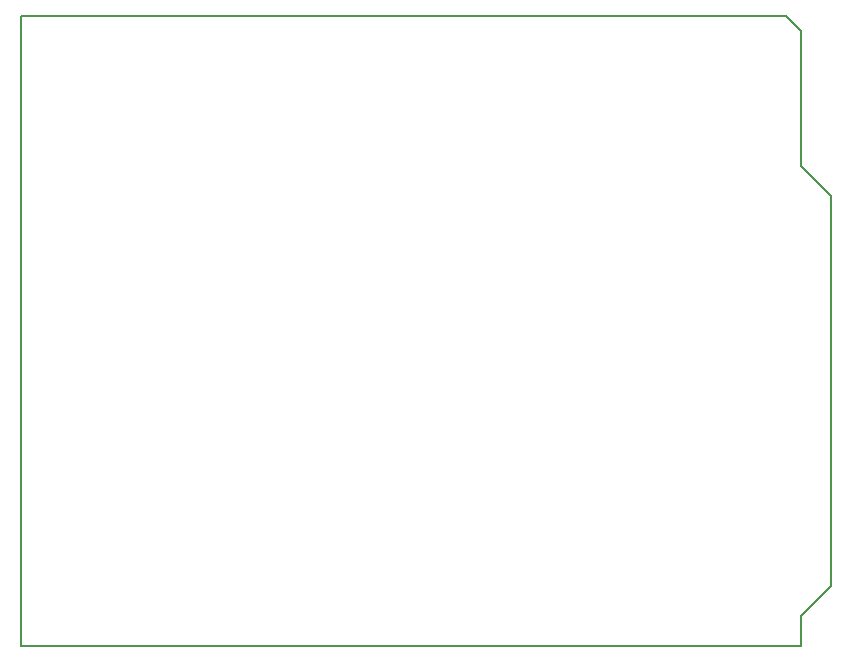
<source format=gbr>
G04 #@! TF.GenerationSoftware,KiCad,Pcbnew,5.0.1*
G04 #@! TF.CreationDate,2018-10-24T01:14:12+02:00*
G04 #@! TF.ProjectId,jeopardy-hw,6A656F70617264792D68772E6B696361,rev?*
G04 #@! TF.SameCoordinates,Original*
G04 #@! TF.FileFunction,Profile,NP*
%FSLAX46Y46*%
G04 Gerber Fmt 4.6, Leading zero omitted, Abs format (unit mm)*
G04 Created by KiCad (PCBNEW 5.0.1) date Wed 24 Oct 2018 01:14:12 AM CEST*
%MOMM*%
%LPD*%
G01*
G04 APERTURE LIST*
%ADD10C,0.150000*%
G04 APERTURE END LIST*
D10*
X165354000Y-159766000D02*
X165354000Y-106426000D01*
X231394000Y-159766000D02*
X165354000Y-159766000D01*
X231394000Y-157226000D02*
X231394000Y-159766000D01*
X233934000Y-154686000D02*
X231394000Y-157226000D01*
X233934000Y-121666000D02*
X233934000Y-154686000D01*
X231394000Y-119126000D02*
X233934000Y-121666000D01*
X231394000Y-107696000D02*
X231394000Y-119126000D01*
X230124000Y-106426000D02*
X231394000Y-107696000D01*
X165354000Y-106426000D02*
X230124000Y-106426000D01*
M02*

</source>
